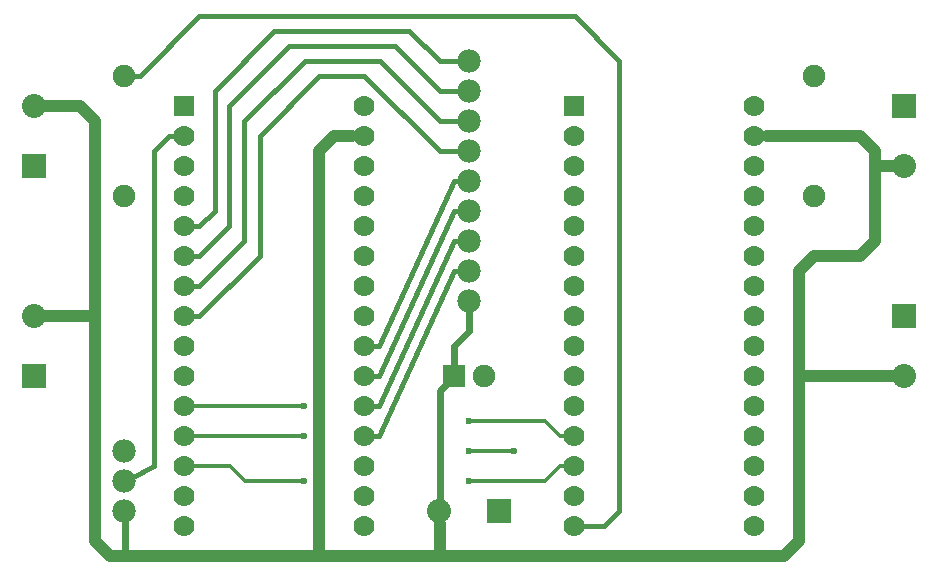
<source format=gbl>
G04 MADE WITH FRITZING*
G04 WWW.FRITZING.ORG*
G04 DOUBLE SIDED*
G04 HOLES PLATED*
G04 CONTOUR ON CENTER OF CONTOUR VECTOR*
%ASAXBY*%
%FSLAX23Y23*%
%MOIN*%
%OFA0B0*%
%SFA1.0B1.0*%
%ADD10C,0.023622*%
%ADD11C,0.070000*%
%ADD12C,0.080000*%
%ADD13C,0.075000*%
%ADD14C,0.078000*%
%ADD15R,0.069972X0.070000*%
%ADD16R,0.080000X0.080000*%
%ADD17R,0.075000X0.075000*%
%ADD18C,0.024000*%
%ADD19C,0.040000*%
%ADD20C,0.016000*%
%ADD21C,0.012000*%
%LNCOPPER0*%
G90*
G70*
G54D10*
X1784Y416D03*
X1634Y417D03*
X1634Y515D03*
X1083Y565D03*
X1634Y316D03*
X1083Y316D03*
G54D11*
X1984Y1566D03*
X1984Y1466D03*
X1984Y1366D03*
X1984Y1266D03*
X1984Y1166D03*
X1984Y1066D03*
X1984Y966D03*
X1984Y866D03*
X1984Y766D03*
X1984Y666D03*
X1984Y566D03*
X1984Y466D03*
X1984Y366D03*
X1984Y266D03*
X1984Y166D03*
X2584Y1566D03*
X2584Y1466D03*
X2584Y1366D03*
X2584Y1266D03*
X2584Y1166D03*
X2584Y1066D03*
X2584Y966D03*
X2584Y866D03*
X2584Y766D03*
X2584Y666D03*
X2584Y566D03*
X2584Y466D03*
X2584Y366D03*
X2584Y266D03*
X2584Y166D03*
G54D10*
X1083Y467D03*
G54D12*
X184Y666D03*
X184Y866D03*
G54D11*
X684Y1566D03*
X684Y1466D03*
X684Y1366D03*
X684Y1266D03*
X684Y1166D03*
X684Y1066D03*
X684Y966D03*
X684Y866D03*
X684Y766D03*
X684Y666D03*
X684Y566D03*
X684Y466D03*
X684Y366D03*
X684Y266D03*
X684Y166D03*
X1284Y1566D03*
X1284Y1466D03*
X1284Y1366D03*
X1284Y1266D03*
X1284Y1166D03*
X1284Y1066D03*
X1284Y966D03*
X1284Y866D03*
X1284Y766D03*
X1284Y666D03*
X1284Y566D03*
X1284Y466D03*
X1284Y366D03*
X1284Y266D03*
X1284Y166D03*
G54D13*
X2784Y1266D03*
X2784Y1666D03*
X484Y1666D03*
X484Y1266D03*
G54D12*
X3084Y866D03*
X3084Y666D03*
X184Y1366D03*
X184Y1566D03*
X3084Y1566D03*
X3084Y1366D03*
X1734Y216D03*
X1534Y216D03*
G54D14*
X484Y416D03*
X484Y316D03*
X484Y216D03*
G54D13*
X1584Y666D03*
X1684Y666D03*
G54D14*
X1634Y916D03*
X1634Y1016D03*
X1634Y1116D03*
X1634Y1216D03*
X1634Y1316D03*
X1634Y1416D03*
X1634Y1516D03*
X1634Y1616D03*
X1634Y1716D03*
G54D15*
X1984Y1566D03*
G54D16*
X184Y666D03*
G54D15*
X684Y1566D03*
G54D16*
X3084Y866D03*
X184Y1366D03*
X3084Y1566D03*
X1734Y216D03*
G54D17*
X1584Y666D03*
G54D18*
X1535Y616D02*
X1535Y247D01*
D02*
X1564Y646D02*
X1535Y616D01*
G54D19*
D02*
X2684Y65D02*
X1535Y65D01*
D02*
X1535Y65D02*
X1535Y174D01*
D02*
X3042Y666D02*
X2884Y666D01*
D02*
X385Y1516D02*
X385Y865D01*
D02*
X335Y1566D02*
X385Y1516D01*
D02*
X227Y1566D02*
X335Y1566D01*
G54D18*
D02*
X485Y186D02*
X485Y65D01*
G54D19*
D02*
X1134Y66D02*
X1535Y65D01*
D02*
X435Y65D02*
X1134Y66D01*
D02*
X1535Y65D02*
X1535Y174D01*
D02*
X385Y116D02*
X435Y65D01*
D02*
X385Y865D02*
X385Y116D01*
D02*
X385Y865D02*
X227Y866D01*
D02*
X1134Y66D02*
X1134Y1417D01*
D02*
X2734Y115D02*
X2684Y65D01*
D02*
X2734Y666D02*
X2734Y115D01*
D02*
X2884Y666D02*
X2734Y666D01*
D02*
X2734Y1015D02*
X2784Y1065D01*
D02*
X3042Y666D02*
X2734Y666D01*
D02*
X3042Y1366D02*
X2985Y1367D01*
D02*
X2935Y1467D02*
X2625Y1466D01*
G54D20*
D02*
X2083Y166D02*
X1984Y167D01*
D02*
X1984Y167D02*
X1975Y188D01*
G54D18*
D02*
X1634Y816D02*
X1634Y886D01*
D02*
X1583Y766D02*
X1634Y816D01*
D02*
X1584Y695D02*
X1583Y766D01*
G54D19*
D02*
X1184Y1466D02*
X1244Y1466D01*
D02*
X1134Y1417D02*
X1184Y1466D01*
G54D20*
D02*
X2134Y216D02*
X2083Y166D01*
G54D19*
D02*
X2734Y666D02*
X2734Y1015D01*
G54D20*
D02*
X583Y1417D02*
X634Y1467D01*
D02*
X634Y1467D02*
X661Y1467D01*
D02*
X583Y367D02*
X583Y1417D01*
D02*
X506Y327D02*
X583Y367D01*
G54D18*
D02*
X485Y65D02*
X435Y65D01*
G54D19*
D02*
X2985Y1367D02*
X2985Y1417D01*
D02*
X2985Y1417D02*
X2935Y1467D01*
D02*
X2985Y1367D02*
X3042Y1366D01*
D02*
X2935Y1065D02*
X2985Y1116D01*
D02*
X2985Y1116D02*
X2985Y1367D01*
D02*
X2784Y1065D02*
X2935Y1065D01*
G54D20*
D02*
X2134Y1716D02*
X2134Y216D01*
D02*
X1985Y1867D02*
X2134Y1716D01*
D02*
X734Y1867D02*
X1985Y1867D01*
D02*
X535Y1666D02*
X734Y1867D01*
D02*
X508Y1666D02*
X535Y1666D01*
D02*
X734Y1165D02*
X708Y1166D01*
D02*
X785Y1216D02*
X734Y1165D01*
D02*
X785Y1616D02*
X785Y1216D01*
D02*
X984Y1816D02*
X785Y1616D01*
D02*
X1434Y1816D02*
X984Y1816D01*
D02*
X1535Y1717D02*
X1434Y1816D01*
D02*
X1610Y1716D02*
X1535Y1717D01*
D02*
X1535Y1616D02*
X1610Y1616D01*
D02*
X1385Y1766D02*
X1535Y1616D01*
D02*
X1034Y1766D02*
X1385Y1766D01*
D02*
X834Y1567D02*
X1034Y1766D01*
D02*
X834Y1165D02*
X834Y1567D01*
D02*
X734Y1066D02*
X834Y1165D01*
D02*
X708Y1066D02*
X734Y1066D01*
D02*
X734Y966D02*
X708Y966D01*
D02*
X884Y1117D02*
X734Y966D01*
D02*
X884Y1516D02*
X884Y1117D01*
D02*
X1085Y1717D02*
X884Y1516D01*
D02*
X1335Y1717D02*
X1085Y1717D01*
D02*
X1535Y1516D02*
X1335Y1717D01*
D02*
X1610Y1516D02*
X1535Y1516D01*
D02*
X935Y1066D02*
X734Y865D01*
D02*
X734Y865D02*
X708Y866D01*
D02*
X935Y1466D02*
X935Y1066D01*
D02*
X1134Y1666D02*
X935Y1466D01*
D02*
X1284Y1666D02*
X1134Y1666D01*
D02*
X1535Y1417D02*
X1284Y1666D01*
D02*
X1584Y1417D02*
X1535Y1417D01*
D02*
X1610Y1416D02*
X1584Y1417D01*
G54D21*
D02*
X1885Y316D02*
X1647Y316D01*
D02*
X1935Y367D02*
X1885Y316D01*
D02*
X1070Y316D02*
X885Y316D01*
D02*
X835Y367D02*
X708Y366D01*
D02*
X1961Y366D02*
X1935Y367D01*
D02*
X885Y316D02*
X835Y367D01*
D02*
X708Y566D02*
X1070Y565D01*
D02*
X708Y466D02*
X1070Y467D01*
G54D20*
D02*
X1584Y1316D02*
X1334Y766D01*
D02*
X1334Y766D02*
X1308Y766D01*
D02*
X1610Y1316D02*
X1584Y1316D01*
D02*
X1584Y1216D02*
X1334Y666D01*
D02*
X1334Y666D02*
X1308Y666D01*
D02*
X1610Y1216D02*
X1584Y1216D01*
D02*
X1334Y566D02*
X1308Y566D01*
D02*
X1584Y1116D02*
X1334Y566D01*
D02*
X1610Y1116D02*
X1584Y1116D01*
D02*
X1584Y1015D02*
X1334Y467D01*
D02*
X1334Y467D02*
X1308Y466D01*
D02*
X1610Y1016D02*
X1584Y1015D01*
G54D21*
D02*
X1935Y467D02*
X1961Y467D01*
D02*
X1885Y515D02*
X1935Y467D01*
D02*
X1647Y515D02*
X1885Y515D01*
D02*
X1647Y417D02*
X1771Y416D01*
G04 End of Copper0*
M02*
</source>
